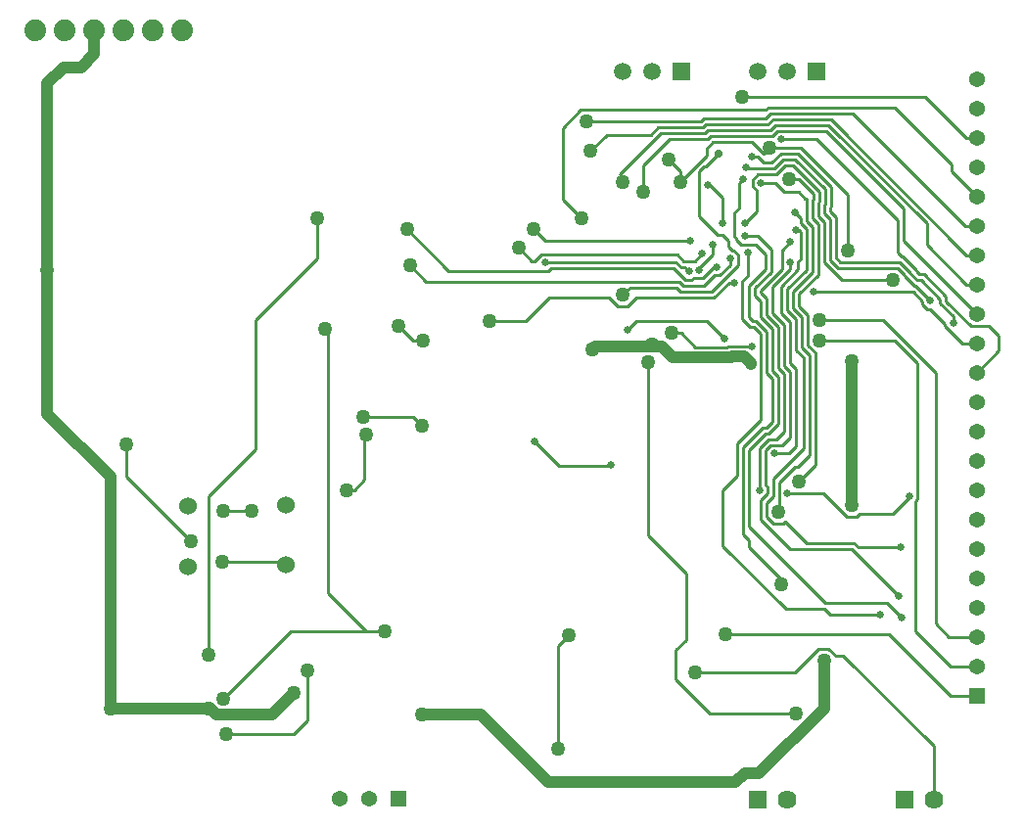
<source format=gbl>
%FSTAX23Y23*%
%MOIN*%
%SFA1B1*%

%IPPOS*%
%ADD30C,0.010000*%
%ADD31C,0.040000*%
%ADD32C,0.053940*%
%ADD33R,0.053940X0.053940*%
%ADD34R,0.059050X0.059050*%
%ADD35C,0.059050*%
%ADD36R,0.063780X0.063780*%
%ADD37C,0.063780*%
%ADD38C,0.060000*%
%ADD39C,0.074000*%
%ADD40R,0.053940X0.053940*%
%ADD41C,0.025000*%
%ADD42C,0.050000*%
%ADD43C,0.028000*%
%LNesp_stm_v2-1*%
%LPD*%
G54D30*
X03955Y03975D02*
Y03981D01*
X03969Y03947D02*
X04006Y03985D01*
X0394Y04005D02*
X03965Y0403D01*
X04006Y03985D02*
X04015D01*
X03955Y03981D02*
X04Y04026D01*
Y0406*
X04071Y04042D02*
X04087Y04026D01*
X04067Y04042D02*
X04071D01*
X04055Y04055D02*
X04067Y04042D01*
X04055Y04055D02*
Y04075D01*
X04087Y0399D02*
Y04026D01*
X04007Y03957D02*
X04026D01*
X0406Y03991*
X04018Y04095D02*
X04035D01*
X03955Y04158D02*
X04018Y04095D01*
X04035D02*
X04055Y04075D01*
X04235Y02905D02*
Y0292D01*
X03475Y02345D02*
Y02695D01*
X0351Y0273*
X0268Y03775D02*
X0269Y03765D01*
Y02875D02*
Y03765D01*
Y02875D02*
X0282Y02745D01*
X02885*
X02565D02*
X0282D01*
X02335Y02515D02*
X02565Y02745D01*
X02445Y03365D02*
Y03805D01*
X02655Y04015*
Y0415*
X0281Y03475D02*
X0298D01*
X0301Y03445*
X02815Y0342D02*
X0282Y03415D01*
X0278Y03225D02*
X02815Y0326D01*
X02755Y03225D02*
X0278D01*
X02335Y03155D02*
X0243D01*
X02005Y0327D02*
Y0338D01*
Y0327D02*
X02225Y0305D01*
X02285Y03205D02*
X02445Y03365D01*
X02285Y02665D02*
Y03205D01*
X0233Y0298D02*
X02539D01*
X02549Y0297*
X02345Y02395D02*
X02575D01*
X0262Y0244*
Y0261*
X0298Y03735D02*
X03015D01*
X0293Y03785D02*
X0298Y03735D01*
X0297Y0399D02*
X03025Y03935D01*
X0385Y0435D02*
X0389Y0431D01*
Y04275D02*
Y0431D01*
X02815Y0326D02*
Y0342D01*
X0476Y0277D02*
X04805Y02725D01*
X049*
X0458Y03805D02*
X0476Y03625D01*
Y0277D02*
Y03625D01*
X0469Y02745D02*
X0481Y02625D01*
X049*
X04045Y02735D02*
X046D01*
X0481Y02525*
X049*
X0394Y02605D02*
X04283D01*
X04363Y02685*
X04396*
X0442Y02661*
X04446*
X04755Y02353*
Y0217D02*
Y02353D01*
X0378Y0307D02*
Y0366D01*
Y0307D02*
X0391Y0294D01*
Y02715D02*
Y0294D01*
X03875Y0268D02*
X0391Y02715D01*
X03875Y0258D02*
Y0268D01*
Y0258D02*
X0399Y02465D01*
X04285*
X03765Y0424D02*
Y0433D01*
X03855Y0442*
X0465Y04075D02*
X049Y03825D01*
X03685Y043D02*
X03825Y0444D01*
X0473Y0406D02*
Y04133D01*
Y0406D02*
X04865Y03925D01*
X049*
X03791Y04435D02*
X03816Y0446D01*
X04866Y04025D02*
X049D01*
X03695Y04275D02*
Y0429D01*
X03685Y043D02*
X03695Y0429D01*
X0486Y04125D02*
X049D01*
X03585Y0438D02*
X0364Y04435D01*
X03791*
X0349Y04215D02*
X03555Y0415D01*
X0349Y04215D02*
Y04456D01*
X03553Y0452*
X04815Y0431D02*
Y04335D01*
Y0431D02*
X049Y04225D01*
X04057Y03932D02*
X04075D01*
X03695Y0389D02*
X0372Y03915D01*
X03955Y04158D02*
Y04311D01*
X0389Y04275D02*
X0398Y04365D01*
Y04386*
X04003Y0441*
X03855Y0442D02*
X03985D01*
X03816Y0446D02*
X03968D01*
X03825Y0444D02*
X03976D01*
X0357Y0448D02*
X0396D01*
X04003Y0441D02*
X04134D01*
X04174Y0437*
X041Y04565D02*
X04725D01*
X04865Y04425*
X049*
X03971Y04328D02*
X03978D01*
X03955Y04311D02*
X03971Y04328D01*
X03978D02*
X0402Y0437D01*
X0399Y04265D02*
X04035Y0422D01*
X03985Y04265D02*
X0399D01*
X04035Y04135D02*
Y0422D01*
X0465Y04075D02*
Y04185D01*
X0463Y04035D02*
Y04145D01*
X04941Y03783D02*
X04975Y0375D01*
Y037D02*
Y0375D01*
X049Y03625D02*
X04975Y037D01*
X04075Y0417D02*
X0409Y04185D01*
X04137Y04258D02*
X0415Y04246D01*
X04137Y04258D02*
Y04281D01*
X0409Y04185D02*
Y0427D01*
X04105Y04285*
X04622Y04527D02*
X04815Y04335D01*
X04477Y04507D02*
X0486Y04125D01*
X0396Y0448D02*
X0397Y0449D01*
X04404Y04487D02*
X04866Y04025D01*
X03968Y0446D02*
X03978Y0447D01*
X04395Y04467D02*
X0473Y04133D01*
X03976Y0444D02*
X03986Y0445D01*
X04387Y04447D02*
X0465Y04185D01*
X03985Y0442D02*
X03995Y0443D01*
X03553Y0452D02*
X04182D01*
X0419Y04527*
X04622*
X04198Y04507D02*
X04477D01*
X04207Y04487D02*
X04404D01*
X04215Y04467D02*
X04395D01*
X04223Y04447D02*
X04387D01*
X0397Y0449D02*
X04181D01*
X04198Y04507*
X03978Y0447D02*
X04189D01*
X04207Y04487*
X03986Y0445D02*
X04197D01*
X04215Y04467*
X03995Y0443D02*
X04206D01*
X04223Y04447*
X04235Y0442D02*
X04355D01*
X0463Y04145*
X04135Y0436D02*
X04156D01*
X0482Y03795D02*
Y03817D01*
X04156Y0436D02*
X04176Y0434D01*
X04201*
X04194Y0439D02*
X04195D01*
X04137Y04281D02*
X04156Y043D01*
X04218*
X04249Y04331*
X04174Y0437D02*
X04194Y0439D01*
X04115Y04325D02*
X0412Y0432D01*
X0421*
X04195Y0439D02*
X04197Y04392D01*
X04201Y0434D02*
X04234Y04372D01*
X0421Y0432D02*
X04242Y04352D01*
X0444Y0394D02*
X04615D01*
X0463Y04035D02*
X04645Y0402D01*
X04428Y0398D02*
X04631D01*
X04655Y03956*
X04695Y0397D02*
Y03973D01*
X04645Y0402D02*
X04648D01*
X04675Y03962D02*
Y03964D01*
X04436Y04D02*
X04639D01*
X04655Y03954D02*
Y03956D01*
X04648Y0402D02*
X04695Y03973D01*
X04639Y04D02*
X04675Y03964D01*
X04655Y03954D02*
X04689Y0392D01*
X04882Y03783D02*
X04941D01*
X04851Y03725D02*
X049D01*
X04792Y03783D02*
X04851Y03725D01*
X04792Y03783D02*
Y03792D01*
X04776Y0386D02*
X0482Y03817D01*
X04695Y0397D02*
X04705Y0396D01*
X04675Y03962D02*
X04697Y0394D01*
X04796Y03869D02*
X04882Y03783D01*
X04689Y0392D02*
X04693D01*
X04685Y039D02*
X04715Y03869D01*
Y03858D02*
Y03869D01*
Y03858D02*
X04731Y03842D01*
X04742*
X04792Y03792*
X0472Y0396D02*
X04796Y03883D01*
X04712Y0394D02*
X04776Y03875D01*
X04697Y0394D02*
X04712D01*
X04776Y0386D02*
Y03875D01*
X04705Y0396D02*
X0472D01*
X04796Y03869D02*
Y03883D01*
X04693Y0392D02*
X04743Y0387D01*
X04165Y0427D02*
X04215D01*
X04345Y039D02*
X04685D01*
X0436Y04203D02*
X04365Y04209D01*
X0438Y04195D02*
X04385Y042D01*
X044Y04186D02*
X04405Y04192D01*
X04245Y0424D02*
X04295D01*
X04345Y04217D02*
Y04233D01*
X04292Y04372D02*
X04405Y04258D01*
X04283Y04352D02*
X04385Y0425D01*
X04276Y04331D02*
X04365Y04242D01*
X04294Y04285D02*
X04345Y04233D01*
X0434Y04211D02*
X04345Y04217D01*
X0426Y04285D02*
X04294D01*
X04249Y04331D02*
X04276D01*
X04365Y04209D02*
Y04242D01*
X04242Y04352D02*
X04283D01*
X04385Y042D02*
Y0425D01*
X04234Y04372D02*
X04292D01*
X04405Y04192D02*
Y04258D01*
X04197Y04392D02*
X043D01*
X04295Y0424D02*
X04315Y04219D01*
X0432*
X04215Y0427D02*
X04245Y0424D01*
X04265Y03976D02*
Y04D01*
X04475Y03025D02*
X04635Y02865D01*
X04285Y0411D02*
X04295D01*
X04237Y04042D02*
X04265Y0407D01*
X04237Y03977D02*
Y04042D01*
X04165Y03905D02*
X04237Y03977D01*
X04205Y03916D02*
X04265Y03976D01*
X04165Y03896D02*
Y03905D01*
Y03896D02*
X04185Y03876D01*
X04255Y03215D02*
X04378D01*
X04458Y03135*
X04491*
X045Y03144*
X04614*
X0467Y032*
X0469Y03186D02*
X04697Y03193D01*
Y03659*
X04621Y03735D02*
X04697Y03659D01*
X0467Y032D02*
Y03205D01*
X0411Y04135D02*
X0415Y04175D01*
Y04246*
X04145Y03888D02*
Y03913D01*
Y03888D02*
X04165Y03868D01*
X04125Y031D02*
X04385Y0284D01*
X04595*
X04645Y0279*
X0406Y03991D02*
Y04015D01*
X0436Y04158D02*
Y04203D01*
X0438Y04167D02*
Y04195D01*
X044Y04175D02*
Y04186D01*
X0432Y04142D02*
Y04219D01*
X0434Y0415D02*
Y04211D01*
X044Y04175D02*
X0442Y04155D01*
X0438Y04167D02*
X044Y04147D01*
X0436Y04158D02*
X0438Y04138D01*
X0434Y0415D02*
X0436Y0413D01*
X0432Y04142D02*
X0434Y04122D01*
X0428Y0417D02*
X043Y0415D01*
Y04133D02*
Y0415D01*
Y04133D02*
X0432Y04113D01*
X04295Y0411D02*
X043Y04105D01*
Y04011D02*
Y04105D01*
X04292Y04004D02*
X043Y04011D01*
X04292Y03976D02*
Y04004D01*
X0438Y04D02*
X0444Y0394D01*
X044Y04008D02*
X04428Y0398D01*
X0442Y04016D02*
X04436Y04D01*
X0446Y0404D02*
Y04232D01*
X04295Y03893D02*
X0436Y03958D01*
X04275Y03902D02*
X0434Y03967D01*
Y04122*
X0436Y03958D02*
Y0413D01*
X0438Y04D02*
Y04138D01*
X044Y04008D02*
Y04147D01*
X0442Y04016D02*
Y04155D01*
X043Y04392D02*
X0446Y04232D01*
X0432Y03975D02*
Y04113D01*
X04235Y03918D02*
X04292Y03976D01*
X04255Y0391D02*
X0432Y03975D01*
X04182Y03241D02*
Y03361D01*
X0416Y03225D02*
X04162Y03227D01*
X04187Y03213D02*
Y03236D01*
X04182Y03241D02*
X04187Y03236D01*
X04225Y0315D02*
X04227Y03152D01*
X04185Y03182D02*
X04207Y03205D01*
X04165Y03125D02*
Y03191D01*
X04187Y03213*
X04185Y03133D02*
Y03182D01*
X04265Y03025D02*
X04475D01*
X04165Y03125D02*
X04265Y03025D01*
X04185Y03133D02*
X04208Y0311D01*
X04241*
X04249Y03118*
X04323Y03045*
X04483*
X04498Y0303*
X0464*
X042Y03969D02*
Y04044D01*
X04155Y0409D02*
X042Y04044D01*
X0411Y0409D02*
X04155D01*
X04145Y03913D02*
X042Y03969D01*
X04125Y03921D02*
X0418Y03977D01*
Y04029*
X04147Y04062D02*
X0418Y04029D01*
X04098Y04062D02*
X04147D01*
X04082Y04078D02*
X04098Y04062D01*
X04082Y04078D02*
Y04082D01*
X04075Y0409D02*
X04082Y04082D01*
X04075Y0409D02*
Y0417D01*
X0412Y03955D02*
Y04035D01*
X04102Y03937D02*
X0412Y03955D01*
X04125Y03813D02*
Y03921D01*
X04102Y03807D02*
Y03937D01*
Y03807D02*
X04129Y0378D01*
X04125Y03813D02*
X04138Y038D01*
X04129Y0378D02*
X04141D01*
X04138Y038D02*
X04149D01*
X04035Y03035D02*
X0425Y0282D01*
X0438*
X0469Y02745D02*
Y03186D01*
X0438Y0282D02*
X044Y028D01*
X0457*
X03477Y03307D02*
X03652D01*
X03655Y0331*
X03395Y0339D02*
X03477Y03307D01*
X03908Y03942D02*
X03931D01*
X03025Y03935D02*
X03887D01*
X039Y03922*
X0372Y03915D02*
X03879D01*
X03892Y03902*
X03999*
X039Y03922D02*
X03972D01*
X03931Y03942D02*
X03936Y03947D01*
X03868Y03982D02*
X03908Y03942D01*
X03936Y03947D02*
X03969D01*
X03972Y03922D02*
X04007Y03957D01*
X03999Y03902D02*
X04087Y0399D01*
X03902Y04005D02*
X0394D01*
X03905Y03985D02*
X0392Y0397D01*
X03894Y03985D02*
X03905D01*
X03876Y04002D02*
X03894Y03985D01*
X0334Y0405D02*
X03385Y04005D01*
X0339Y04115D02*
X0343Y04075D01*
X03925*
X03441Y03972D02*
X03451Y03982D01*
X03868*
X03418Y04027D02*
X0388D01*
X03385Y04005D02*
X03396D01*
X03418Y04027*
X03102Y03972D02*
X03441D01*
X0296Y04115D02*
X03102Y03972D01*
X0388Y04027D02*
X03902Y04005D01*
X0343Y04D02*
Y04002D01*
X0386Y0376D02*
X03895D01*
X04295Y03255D02*
X0435Y0331D01*
X0429Y03305D02*
X0433Y03345D01*
X04282Y03305D02*
X0429D01*
X04227Y0325D02*
X04282Y03305D01*
X04227Y03152D02*
Y0325D01*
X04207Y03265D02*
X0431Y03367D01*
X04207Y03205D02*
Y03265D01*
X04285Y03375D02*
Y03636D01*
X0426Y0335D02*
X04285Y03375D01*
X0421Y0335D02*
X0426D01*
X04265Y03405D02*
Y03628D01*
X04237Y03377D02*
X04265Y03405D01*
X04198Y03377D02*
X04237D01*
X04182Y03361D02*
X04198Y03377D01*
X04225Y0364D02*
X04245Y0362D01*
Y03425D02*
Y0362D01*
X04217Y03397D02*
X04245Y03425D01*
X0419Y03397D02*
X04217D01*
X04162Y03369D02*
X0419Y03397D01*
X04162Y03227D02*
Y03369D01*
X04182Y03417D02*
X04192D01*
X04125Y0336D02*
X04182Y03417D01*
X04125Y031D02*
Y0336D01*
X04205Y03631D02*
X04225Y03611D01*
Y0345D02*
Y03611D01*
X04192Y03417D02*
X04225Y0345D01*
X04185Y03623D02*
X04205Y03603D01*
Y03458D02*
Y03603D01*
X04184Y03437D02*
X04205Y03458D01*
X04172Y03437D02*
X04184D01*
X04105Y0337D02*
X04172Y03437D01*
X04125Y0303D02*
Y03055D01*
X04105Y03075D02*
X04125Y03055D01*
Y0303D02*
X04235Y0292D01*
X04105Y03075D02*
Y0337D01*
X04085Y03385D02*
X04165Y03465D01*
X04085Y03275D02*
Y03385D01*
X04035Y03225D02*
X04085Y03275D01*
X04035Y03035D02*
Y03225D01*
X04365Y03805D02*
X0458D01*
X04365Y03735D02*
X04621D01*
X04295Y03852D02*
Y03893D01*
Y03852D02*
X04325Y03822D01*
X04275Y03844D02*
Y03902D01*
Y03844D02*
X04305Y03814D01*
X04255Y03836D02*
X04285Y03806D01*
X04255Y03836D02*
Y0391D01*
X04235Y03827D02*
X04265Y03797D01*
X04235Y03827D02*
Y03918D01*
X04205Y03829D02*
X04245Y03789D01*
X04205Y03829D02*
Y03916D01*
X04185Y03821D02*
X04225Y03781D01*
X04185Y03821D02*
Y03876D01*
X04165Y03813D02*
X04205Y03773D01*
X04165Y03813D02*
Y03868D01*
X04149Y038D02*
X04185Y03764D01*
X04141Y0378D02*
X04165Y03756D01*
X03741Y0388D02*
X04005D01*
X03711Y0385D02*
X03741Y0388D01*
X03678Y0385D02*
X03711D01*
X03648Y0388D02*
X03678Y0385D01*
X03445Y0388D02*
X03648D01*
X03365Y038D02*
X03445Y0388D01*
X04005D02*
X04057Y03932D01*
X0324Y038D02*
X03365D01*
X04265Y03656D02*
X04285Y03636D01*
X04245Y03648D02*
X04265Y03628D01*
X04205Y03631D02*
Y03773D01*
X04185Y03623D02*
Y03764D01*
X04165Y03465D02*
Y03756D01*
X04285Y03701D02*
Y03806D01*
X04305Y0371D02*
Y03814D01*
X04325Y03718D02*
Y03822D01*
Y03718D02*
X0435Y03693D01*
X04225Y0364D02*
Y03781D01*
X04245Y03648D02*
Y03789D01*
X04265Y03656D02*
Y03797D01*
X04305Y0371D02*
X0433Y03685D01*
X04285Y03701D02*
X0431Y03676D01*
X0435Y0331D02*
Y03693D01*
X0433Y03345D02*
Y03685D01*
X0431Y03367D02*
Y03676D01*
X04051Y03712D02*
X04053Y03715D01*
X04135*
X03942Y03712D02*
X04051D01*
X03895Y0376D02*
X03942Y03712D01*
X0398Y038D02*
X0404Y0374D01*
X0374Y038D02*
X0398D01*
X0371Y0377D02*
X0374Y038D01*
X0343Y04002D02*
X03876D01*
G54D31*
X0195Y0248D02*
X02285D01*
X01735Y03975D02*
Y0461D01*
X0179Y04665*
X0185*
X01895Y0471*
Y0479*
X02285Y0248D02*
X02292D01*
X02312Y0246*
X025*
X02575Y02535*
X0301Y0246D02*
X0321D01*
X0344Y0223*
X04078*
X0411Y02261*
X04475Y03175D02*
Y03665D01*
X0195Y0248D02*
Y0327D01*
X01735Y03485D02*
X0195Y0327D01*
X01735Y03485D02*
Y03975D01*
X0359Y03705D02*
X036Y03715D01*
X04159Y02261D02*
X0438Y02482D01*
X0411Y02261D02*
X04159D01*
X0438Y02482D02*
Y02645D01*
X04107Y0368D02*
X0413Y03657D01*
X04065Y03677D02*
X04068Y0368D01*
X04107*
X03864Y03677D02*
X04065D01*
X03827Y03715D02*
X03864Y03677D01*
X036Y03715D02*
X03827D01*
X0413Y03655D02*
Y03657D01*
G54D32*
X0273Y02175D03*
X0283D03*
X049Y02625D03*
Y02725D03*
Y02825D03*
Y02925D03*
Y03025D03*
Y03125D03*
Y03225D03*
Y03325D03*
Y03425D03*
Y03525D03*
Y03625D03*
Y03725D03*
Y03825D03*
Y03925D03*
Y04025D03*
Y04125D03*
Y04225D03*
Y04325D03*
Y04425D03*
Y04525D03*
Y04625D03*
G54D33*
X0293Y02175D03*
G54D34*
X03895Y0465D03*
X04355D03*
G54D35*
X03795Y0465D03*
X03695D03*
X04255D03*
X04155D03*
G54D36*
X04155Y0217D03*
X04655D03*
G54D37*
X04255Y0217D03*
X04755D03*
G54D38*
X02549Y03174D03*
Y0297D03*
X02215Y02965D03*
Y0317D03*
G54D39*
X02195Y0479D03*
X02095D03*
X01995D03*
X01895D03*
X01795D03*
X01695D03*
G54D40*
X049Y02525D03*
G54D41*
X03955Y03975D03*
X04015Y03985D03*
X04Y0406D03*
X04035Y04135D03*
X03965Y0403D03*
X04075Y03932D03*
X03985Y04265D03*
X04165Y0427D03*
X04105Y04285D03*
X04135Y0436D03*
X04235Y0442D03*
X0482Y03795D03*
X04115Y04325D03*
X04743Y0387D03*
X04265Y04D03*
X04635Y02865D03*
X04285Y0411D03*
X04265Y0407D03*
X04255Y03215D03*
X0467Y03205D03*
X0411Y04135D03*
Y0409D03*
X04645Y0279D03*
X0406Y04015D03*
X0428Y0417D03*
X04345Y039D03*
X0421Y0335D03*
X0416Y03225D03*
X0464Y0303D03*
X03925Y04075D03*
X0412Y04035D03*
X0457Y028D03*
X03395Y0339D03*
X03655Y0331D03*
X0392Y0397D03*
X0343Y04D03*
X04132Y03655D03*
X04135Y03715D03*
X0404Y0374D03*
X0371Y0377D03*
G54D42*
X04225Y0315D03*
X04295Y03255D03*
X04235Y02905D03*
X03475Y02345D03*
X0351Y0273D03*
X02575Y02535D03*
X02285Y0248D03*
X0195D03*
X01735Y03975D03*
X0268Y03775D03*
X02885Y02745D03*
X02335Y02515D03*
X02285Y02665D03*
X02655Y0415D03*
X0281Y03475D03*
X0301Y03445D03*
X0282Y03415D03*
X02755Y03225D03*
X0243Y03155D03*
X02335D03*
X02005Y0338D03*
X02225Y0305D03*
X0233Y0298D03*
X02345Y02395D03*
X0262Y0261D03*
X03015Y03735D03*
X0293Y03785D03*
X0301Y0246D03*
X0438Y02645D03*
X04475Y03175D03*
Y03665D03*
X0296Y04115D03*
X0297Y0399D03*
X0334Y0405D03*
X0359Y03705D03*
X0385Y0435D03*
X0389Y04275D03*
X0324Y038D03*
X04045Y02735D03*
X0394Y02605D03*
X03795Y0372D03*
X0378Y0366D03*
X04285Y02465D03*
X03765Y0424D03*
X03585Y0438D03*
X03695Y04275D03*
X0357Y0448D03*
X0339Y04115D03*
X03555Y0415D03*
X04615Y0394D03*
X03695Y0389D03*
X041Y04565D03*
X0386Y0376D03*
X0426Y04285D03*
X04195Y0439D03*
X0446Y0404D03*
X04365Y03805D03*
Y03735D03*
G54D43*
X0402Y0437D03*
M02*
</source>
